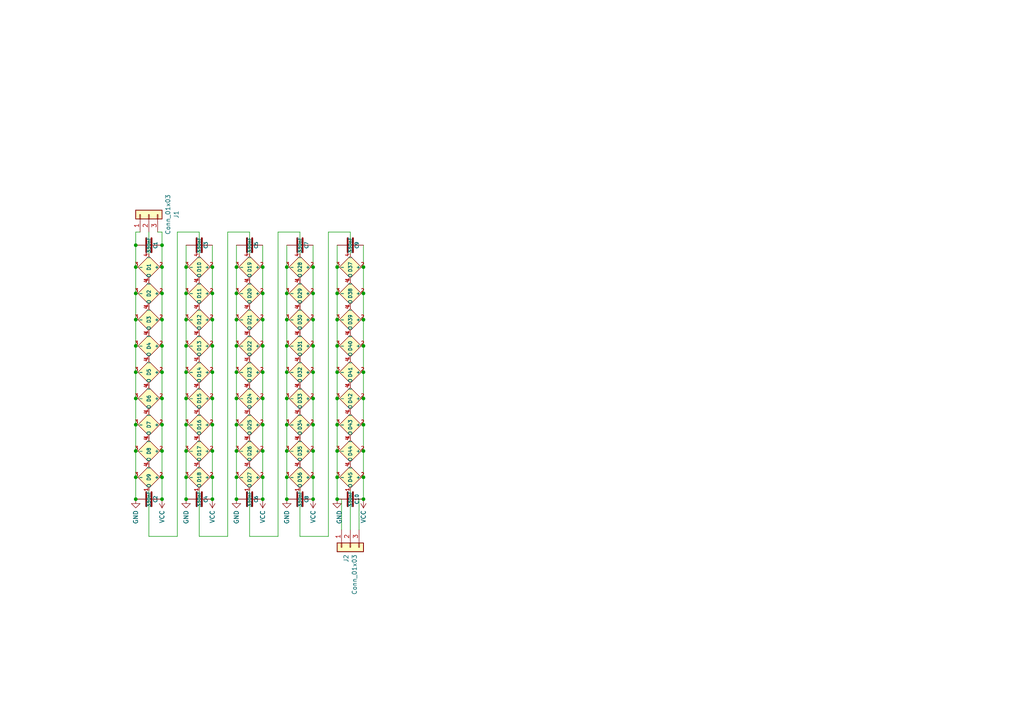
<source format=kicad_sch>
(kicad_sch (version 20241209) (generator "eeschema") (generator_version "9.0")
  (paper "A4")
  (title_block (title "LED ring coaster") (date "${DATE}") (rev "1") (comment 1 "@revk@toot.me.uk") (comment 2 "www.me.uk"))
  (lib_symbols
    (symbol "Connector_Generic:Conn_01x03" (pin_names (offset 1.016) (hide yes))
      (property "Reference" "J" (at 0 5.08 0))
      (property "Value" "Conn_01x03" (at 0 -5.08 0))
      (symbol "Conn_01x03_1_1"
        (rectangle (start -1.27 3.81) (end 1.27 -3.81) (stroke (width 0.254)) (fill (type background)))
        (rectangle (start -1.27 2.667) (end 0 2.413) (stroke (width 0.1524)))
        (rectangle (start -1.27 0.127) (end 0 -0.127) (stroke (width 0.1524)))
        (rectangle (start -1.27 -2.413) (end 0 -2.667) (stroke (width 0.1524)))
        (pin passive line (at -5.08 2.54 0) (length 3.81) (name "Pin_1") (number "1"))
        (pin passive line (at -5.08 0 0) (length 3.81) (name "Pin_2") (number "2"))
        (pin passive line (at -5.08 -2.54 0) (length 3.81) (name "Pin_3") (number "3"))
      )
    )
    (symbol "Device:C" (pin_numbers (hide yes)) (pin_names (offset 0.254))
      (property "Reference" "C" (at 0.635 2.54 0))
      (property "Value" "C" (at 0.635 -2.54 0))
      (symbol "C_0_1"
        (polyline (pts (xy -2.032 0.762) (xy 2.032 0.762)) (stroke (width 0.508)))
        (polyline (pts (xy -2.032 -0.762) (xy 2.032 -0.762)) (stroke (width 0.508)))
      )
      (symbol "C_1_1"
        (pin passive line (at 0 3.81 270) (length 2.794) (name "~") (number "1"))
        (pin passive line (at 0 -3.81 90) (length 2.794) (name "~") (number "2"))
      )
    )
    (symbol "RevK:WS2812B-1mm" (pin_names (offset 0.254))
      (property "Reference" "D" (at 0 0 0))
      (symbol "WS2812B-1mm_1_1"
        (polyline (pts (xy 0 3.175) (xy 3.175 0) (xy 0 -3.175) (xy -3.175 0) (xy 0 3.175)) (fill (type background)))
        (pin input line (at -3.81 0 0) (length 0.5) (name "I") (number "4"))
        (pin power_in line (at 0 3.81 270) (length 0.5) (name "-") (number "3"))
        (pin power_in line (at 0 -3.81 90) (length 0.5) (name "+") (number "2"))
        (pin output line (at 3.81 0 180) (length 0.5) (name "O") (number "1"))
      )
    )
    (symbol "power:GND" (power) (pin_names (offset 0))
      (property "Value" "GND" (at 0 -3.81 0))
      (symbol "GND_0_1"
        (polyline (pts (xy 0 0) (xy 0 -1.27) (xy 1.27 -1.27) (xy 0 -2.54) (xy -1.27 -1.27) (xy 0 -1.27)))
      )
      (symbol "GND_1_1"
        (pin power_in line (at 0 0 270) (length 0) (hide yes) (name "GND") (number "1"))
      )
    )
    (symbol "power:VCC" (power) (pin_names (offset 0))
      (property "Value" "VCC" (at 0 3.81 0))
      (symbol "VCC_0_1"
        (polyline (pts (xy -0.762 1.27) (xy 0 2.54)))
        (polyline (pts (xy 0 2.54) (xy 0.762 1.27)))
        (polyline (pts (xy 0 0) (xy 0 2.54)))
      )
      (symbol "VCC_1_1"
        (pin power_in line (at 0 0 90) (length 0) (hide yes) (name "VCC") (number "1"))
      )
    )
  )
  (junction (at 39.37 144.78))
  (junction (at 97.79 107.95))
  (junction (at 68.58 85.09))
  (junction (at 68.58 115.57))
  (junction (at 39.37 115.57))
  (junction (at 53.975 77.47))
  (junction (at 53.975 115.57))
  (junction (at 46.99 77.47))
  (junction (at 53.975 123.19))
  (junction (at 53.975 138.43))
  (junction (at 46.99 71.12))
  (junction (at 83.185 100.33))
  (junction (at 39.37 85.09))
  (junction (at 53.975 92.71))
  (junction (at 53.975 100.33))
  (junction (at 39.37 71.12))
  (junction (at 97.79 100.33))
  (junction (at 76.2 130.81))
  (junction (at 39.37 138.43))
  (junction (at 76.2 100.33))
  (junction (at 83.185 138.43))
  (junction (at 39.37 123.19))
  (junction (at 61.595 92.71))
  (junction (at 105.41 115.57))
  (junction (at 90.805 100.33))
  (junction (at 61.595 130.81))
  (junction (at 97.79 123.19))
  (junction (at 53.975 144.78))
  (junction (at 76.2 138.43))
  (junction (at 105.41 123.19))
  (junction (at 105.41 77.47))
  (junction (at 90.805 92.71))
  (junction (at 46.99 100.33))
  (junction (at 39.37 100.33))
  (junction (at 76.2 85.09))
  (junction (at 46.99 107.95))
  (junction (at 97.79 130.81))
  (junction (at 46.99 123.19))
  (junction (at 53.975 85.09))
  (junction (at 97.79 115.57))
  (junction (at 97.79 144.78))
  (junction (at 61.595 123.19))
  (junction (at 68.58 77.47))
  (junction (at 105.41 92.71))
  (junction (at 76.2 144.78))
  (junction (at 97.79 85.09))
  (junction (at 76.2 77.47))
  (junction (at 90.805 138.43))
  (junction (at 97.79 138.43))
  (junction (at 68.58 130.81))
  (junction (at 46.99 144.78))
  (junction (at 105.41 107.95))
  (junction (at 105.41 85.09))
  (junction (at 105.41 144.78))
  (junction (at 46.99 115.57))
  (junction (at 83.185 92.71))
  (junction (at 39.37 77.47))
  (junction (at 61.595 85.09))
  (junction (at 83.185 107.95))
  (junction (at 39.37 107.95))
  (junction (at 90.805 107.95))
  (junction (at 105.41 138.43))
  (junction (at 76.2 92.71))
  (junction (at 46.99 92.71))
  (junction (at 39.37 130.81))
  (junction (at 105.41 100.33))
  (junction (at 97.79 77.47))
  (junction (at 53.975 107.95))
  (junction (at 68.58 92.71))
  (junction (at 61.595 107.95))
  (junction (at 68.58 138.43))
  (junction (at 90.805 123.19))
  (junction (at 61.595 100.33))
  (junction (at 61.595 138.43))
  (junction (at 61.595 144.78))
  (junction (at 83.185 115.57))
  (junction (at 76.2 107.95))
  (junction (at 61.595 115.57))
  (junction (at 90.805 85.09))
  (junction (at 90.805 115.57))
  (junction (at 46.99 130.81))
  (junction (at 90.805 77.47))
  (junction (at 90.805 130.81))
  (junction (at 105.41 130.81))
  (junction (at 83.185 77.47))
  (junction (at 68.58 100.33))
  (junction (at 61.595 77.47))
  (junction (at 53.975 130.81))
  (junction (at 76.2 115.57))
  (junction (at 39.37 92.71))
  (junction (at 97.79 92.71))
  (junction (at 76.2 123.19))
  (junction (at 68.58 123.19))
  (junction (at 83.185 123.19))
  (junction (at 46.99 85.09))
  (junction (at 83.185 130.81))
  (junction (at 83.185 144.78))
  (junction (at 68.58 107.95))
  (junction (at 83.185 85.09))
  (junction (at 90.805 144.78))
  (junction (at 46.99 138.43))
  (junction (at 68.58 144.78))
  (wire (pts (xy 68.58 138.43) (xy 68.58 144.78)))
  (wire (pts (xy 90.805 71.12) (xy 90.805 77.47)))
  (wire (pts (xy 39.37 123.19) (xy 39.37 130.81)))
  (wire (pts (xy 61.595 130.81) (xy 61.595 138.43)))
  (wire (pts (xy 90.805 92.71) (xy 90.805 100.33)))
  (wire (pts (xy 39.37 115.57) (xy 39.37 123.19)))
  (wire (pts (xy 46.99 71.12) (xy 46.99 77.47)))
  (wire (pts (xy 97.79 115.57) (xy 97.79 123.19)))
  (wire (pts (xy 46.99 138.43) (xy 46.99 144.78)))
  (wire (pts (xy 68.58 130.81) (xy 68.58 138.43)))
  (wire (pts (xy 90.805 77.47) (xy 90.805 85.09)))
  (wire (pts (xy 46.99 92.71) (xy 46.99 100.33)))
  (wire (pts (xy 61.595 123.19) (xy 61.595 130.81)))
  (wire (pts (xy 39.37 77.47) (xy 39.37 85.09)))
  (wire (pts (xy 68.58 77.47) (xy 68.58 85.09)))
  (wire (pts (xy 61.595 71.12) (xy 61.595 77.47)))
  (wire (pts (xy 53.975 138.43) (xy 53.975 144.78)))
  (wire (pts (xy 76.2 115.57) (xy 76.2 123.19)))
  (wire (pts (xy 46.99 100.33) (xy 46.99 107.95)))
  (wire (pts (xy 39.37 71.12) (xy 39.37 77.47)))
  (wire (pts (xy 53.975 107.95) (xy 53.975 115.57)))
  (wire (pts (xy 68.58 115.57) (xy 68.58 123.19)))
  (wire (pts (xy 43.18 142.24) (xy 43.18 155.575)))
  (wire (pts (xy 90.805 130.81) (xy 90.805 138.43)))
  (wire (pts (xy 83.185 77.47) (xy 83.185 85.09)))
  (wire (pts (xy 53.975 130.81) (xy 53.975 138.43)))
  (wire (pts (xy 90.805 115.57) (xy 90.805 123.19)))
  (wire (pts (xy 105.41 100.33) (xy 105.41 107.95)))
  (wire (pts (xy 97.79 100.33) (xy 97.79 107.95)))
  (wire (pts (xy 76.2 71.12) (xy 76.2 77.47)))
  (wire (pts (xy 53.975 115.57) (xy 53.975 123.19)))
  (wire (pts (xy 80.645 67.31) (xy 86.995 67.31)))
  (wire (pts (xy 61.595 77.47) (xy 61.595 85.09)))
  (wire (pts (xy 90.805 138.43) (xy 90.805 144.78)))
  (wire (pts (xy 101.6 142.24) (xy 101.6 153.67)))
  (wire (pts (xy 72.39 142.24) (xy 72.39 155.575)))
  (wire (pts (xy 39.37 130.81) (xy 39.37 138.43)))
  (wire (pts (xy 97.79 138.43) (xy 97.79 144.78)))
  (wire (pts (xy 46.99 107.95) (xy 46.99 115.57)))
  (wire (pts (xy 53.975 71.12) (xy 53.975 77.47)))
  (wire (pts (xy 76.2 85.09) (xy 76.2 92.71)))
  (wire (pts (xy 39.37 85.09) (xy 39.37 92.71)))
  (wire (pts (xy 46.99 67.31) (xy 45.72 67.31)))
  (wire (pts (xy 72.39 67.31) (xy 72.39 73.66)))
  (wire (pts (xy 39.37 67.31) (xy 40.64 67.31)))
  (wire (pts (xy 57.785 67.31) (xy 57.785 73.66)))
  (wire (pts (xy 97.79 71.12) (xy 97.79 77.47)))
  (wire (pts (xy 61.595 115.57) (xy 61.595 123.19)))
  (wire (pts (xy 53.975 92.71) (xy 53.975 100.33)))
  (wire (pts (xy 105.41 123.19) (xy 105.41 130.81)))
  (wire (pts (xy 57.785 142.24) (xy 57.785 155.575)))
  (wire (pts (xy 83.185 85.09) (xy 83.185 92.71)))
  (wire (pts (xy 61.595 138.43) (xy 61.595 144.78)))
  (wire (pts (xy 90.805 85.09) (xy 90.805 92.71)))
  (wire (pts (xy 57.785 155.575) (xy 66.04 155.575)))
  (wire (pts (xy 68.58 123.19) (xy 68.58 130.81)))
  (wire (pts (xy 86.995 155.575) (xy 95.25 155.575)))
  (wire (pts (xy 53.975 123.19) (xy 53.975 130.81)))
  (wire (pts (xy 39.37 138.43) (xy 39.37 144.78)))
  (wire (pts (xy 90.805 100.33) (xy 90.805 107.95)))
  (wire (pts (xy 76.2 123.19) (xy 76.2 130.81)))
  (wire (pts (xy 105.41 115.57) (xy 105.41 123.19)))
  (wire (pts (xy 97.79 123.19) (xy 97.79 130.81)))
  (wire (pts (xy 90.805 107.95) (xy 90.805 115.57)))
  (wire (pts (xy 46.99 123.19) (xy 46.99 130.81)))
  (wire (pts (xy 43.18 73.66) (xy 43.18 67.31)))
  (wire (pts (xy 90.805 123.19) (xy 90.805 130.81)))
  (wire (pts (xy 46.99 115.57) (xy 46.99 123.19)))
  (wire (pts (xy 76.2 77.47) (xy 76.2 85.09)))
  (wire (pts (xy 72.39 155.575) (xy 80.645 155.575)))
  (wire (pts (xy 68.58 100.33) (xy 68.58 107.95)))
  (wire (pts (xy 83.185 115.57) (xy 83.185 123.19)))
  (wire (pts (xy 39.37 107.95) (xy 39.37 115.57)))
  (wire (pts (xy 61.595 92.71) (xy 61.595 100.33)))
  (wire (pts (xy 66.04 67.31) (xy 72.39 67.31)))
  (wire (pts (xy 101.6 67.31) (xy 101.6 73.66)))
  (wire (pts (xy 83.185 123.19) (xy 83.185 130.81)))
  (wire (pts (xy 83.185 107.95) (xy 83.185 115.57)))
  (wire (pts (xy 105.41 92.71) (xy 105.41 100.33)))
  (wire (pts (xy 46.99 85.09) (xy 46.99 92.71)))
  (wire (pts (xy 104.14 144.78) (xy 104.14 153.67)))
  (wire (pts (xy 99.06 144.78) (xy 99.06 153.67)))
  (wire (pts (xy 53.975 100.33) (xy 53.975 107.95)))
  (wire (pts (xy 76.2 138.43) (xy 76.2 144.78)))
  (wire (pts (xy 80.645 67.31) (xy 80.645 155.575)))
  (wire (pts (xy 61.595 100.33) (xy 61.595 107.95)))
  (wire (pts (xy 68.58 107.95) (xy 68.58 115.57)))
  (wire (pts (xy 83.185 130.81) (xy 83.185 138.43)))
  (wire (pts (xy 61.595 85.09) (xy 61.595 92.71)))
  (wire (pts (xy 76.2 100.33) (xy 76.2 107.95)))
  (wire (pts (xy 105.41 71.12) (xy 105.41 77.47)))
  (wire (pts (xy 66.04 67.31) (xy 66.04 155.575)))
  (wire (pts (xy 61.595 107.95) (xy 61.595 115.57)))
  (wire (pts (xy 46.99 67.31) (xy 46.99 71.12)))
  (wire (pts (xy 53.975 85.09) (xy 53.975 92.71)))
  (wire (pts (xy 39.37 67.31) (xy 39.37 71.12)))
  (wire (pts (xy 83.185 138.43) (xy 83.185 144.78)))
  (wire (pts (xy 39.37 92.71) (xy 39.37 100.33)))
  (wire (pts (xy 43.18 155.575) (xy 51.435 155.575)))
  (wire (pts (xy 105.41 130.81) (xy 105.41 138.43)))
  (wire (pts (xy 97.79 144.78) (xy 99.06 144.78)))
  (wire (pts (xy 83.185 100.33) (xy 83.185 107.95)))
  (wire (pts (xy 83.185 92.71) (xy 83.185 100.33)))
  (wire (pts (xy 53.975 77.47) (xy 53.975 85.09)))
  (wire (pts (xy 83.185 71.12) (xy 83.185 77.47)))
  (wire (pts (xy 95.25 67.31) (xy 95.25 155.575)))
  (wire (pts (xy 46.99 77.47) (xy 46.99 85.09)))
  (wire (pts (xy 68.58 71.12) (xy 68.58 77.47)))
  (wire (pts (xy 97.79 77.47) (xy 97.79 85.09)))
  (wire (pts (xy 51.435 67.31) (xy 51.435 155.575)))
  (wire (pts (xy 95.25 67.31) (xy 101.6 67.31)))
  (wire (pts (xy 97.79 130.81) (xy 97.79 138.43)))
  (wire (pts (xy 86.995 67.31) (xy 86.995 73.66)))
  (wire (pts (xy 39.37 100.33) (xy 39.37 107.95)))
  (wire (pts (xy 105.41 144.78) (xy 104.14 144.78)))
  (wire (pts (xy 105.41 107.95) (xy 105.41 115.57)))
  (wire (pts (xy 76.2 130.81) (xy 76.2 138.43)))
  (wire (pts (xy 97.79 85.09) (xy 97.79 92.71)))
  (wire (pts (xy 46.99 130.81) (xy 46.99 138.43)))
  (wire (pts (xy 105.41 85.09) (xy 105.41 92.71)))
  (wire (pts (xy 97.79 92.71) (xy 97.79 100.33)))
  (wire (pts (xy 76.2 92.71) (xy 76.2 100.33)))
  (wire (pts (xy 97.79 107.95) (xy 97.79 115.57)))
  (wire (pts (xy 105.41 138.43) (xy 105.41 144.78)))
  (wire (pts (xy 51.435 67.31) (xy 57.785 67.31)))
  (wire (pts (xy 105.41 77.47) (xy 105.41 85.09)))
  (wire (pts (xy 68.58 85.09) (xy 68.58 92.71)))
  (wire (pts (xy 76.2 107.95) (xy 76.2 115.57)))
  (wire (pts (xy 86.995 142.24) (xy 86.995 155.575)))
  (wire (pts (xy 68.58 92.71) (xy 68.58 100.33)))
  (symbol (lib_id "power:VCC") (at 105.41 144.78 0) (mirror x) (unit 1)
    (property "Reference" "#PWR010" (effects (hide yes)))
    (property "Value" "VCC" (at 105.41 147.955 90) (effects (justify left)))
  )
  (symbol (lib_id "Device:C") (at 43.18 71.12 270) (mirror x) (unit 1)
    (property "Reference" "C1" (at 45.085 71.12 0) (effects (font (size 1 1))))
    (property "Value" "330nF" (at 43.18 71.12 0) (effects (font (size 1 1))))
    (property "Footprint" "RevK:C_0402" (effects (hide yes)))
  )
  (symbol (lib_id "power:GND") (at 39.37 144.78 0) (mirror y) (unit 1)
    (property "Reference" "#PWR01" (effects (hide yes)))
    (property "Value" "GND" (at 39.37 147.955 90) (effects (justify right)))
  )
  (symbol (lib_id "power:VCC") (at 76.2 144.78 0) (mirror x) (unit 1)
    (property "Reference" "#PWR06" (effects (hide yes)))
    (property "Value" "VCC" (at 76.2 147.955 90) (effects (justify left)))
  )
  (symbol (lib_id "RevK:WS2812B-1mm") (at 43.18 123.19 90) (mirror x) (unit 1)
    (property "Reference" "D7" (at 43.18 123.19 0) (effects (font (size 1 1))))
    (property "Value" "XL-1010RGBC-WS2812B" (effects (hide yes)))
    (property "Footprint" "RevK:SMD1010" (effects (hide yes)))
    (property "Datasheet" "https://datasheet.lcsc.com/lcsc/2301111010_XINGLIGHT-XL-1010RGBC-WS2812B_C5349953.pdf" (effects (hide yes)))
    (property "MPN" "C5349953" (effects (hide yes)))
  )
  (symbol (lib_id "RevK:WS2812B-1mm") (at 86.995 107.95 90) (mirror x) (unit 1)
    (property "Reference" "D32" (at 86.995 107.95 0) (effects (font (size 1 1))))
    (property "Value" "XL-1010RGBC-WS2812B" (effects (hide yes)))
    (property "Footprint" "RevK:SMD1010" (effects (hide yes)))
    (property "Datasheet" "https://datasheet.lcsc.com/lcsc/2301111010_XINGLIGHT-XL-1010RGBC-WS2812B_C5349953.pdf" (effects (hide yes)))
    (property "MPN" "C5349953" (effects (hide yes)))
  )
  (symbol (lib_id "RevK:WS2812B-1mm") (at 101.6 85.09 90) (mirror x) (unit 1)
    (property "Reference" "D38" (at 101.6 85.09 0) (effects (font (size 1 1))))
    (property "Value" "XL-1010RGBC-WS2812B" (effects (hide yes)))
    (property "Footprint" "RevK:SMD1010" (effects (hide yes)))
    (property "Datasheet" "https://datasheet.lcsc.com/lcsc/2301111010_XINGLIGHT-XL-1010RGBC-WS2812B_C5349953.pdf" (effects (hide yes)))
    (property "MPN" "C5349953" (effects (hide yes)))
  )
  (symbol (lib_id "RevK:WS2812B-1mm") (at 72.39 138.43 90) (mirror x) (unit 1)
    (property "Reference" "D27" (at 72.39 138.43 0) (effects (font (size 1 1))))
    (property "Value" "XL-1010RGBC-WS2812B" (effects (hide yes)))
    (property "Footprint" "RevK:SMD1010" (effects (hide yes)))
    (property "Datasheet" "https://datasheet.lcsc.com/lcsc/2301111010_XINGLIGHT-XL-1010RGBC-WS2812B_C5349953.pdf" (effects (hide yes)))
    (property "MPN" "C5349953" (effects (hide yes)))
  )
  (symbol (lib_id "RevK:WS2812B-1mm") (at 101.6 115.57 90) (mirror x) (unit 1)
    (property "Reference" "D42" (at 101.6 115.57 0) (effects (font (size 1 1))))
    (property "Value" "XL-1010RGBC-WS2812B" (effects (hide yes)))
    (property "Footprint" "RevK:SMD1010" (effects (hide yes)))
    (property "Datasheet" "https://datasheet.lcsc.com/lcsc/2301111010_XINGLIGHT-XL-1010RGBC-WS2812B_C5349953.pdf" (effects (hide yes)))
    (property "MPN" "C5349953" (effects (hide yes)))
  )
  (symbol (lib_id "RevK:WS2812B-1mm") (at 43.18 77.47 90) (mirror x) (unit 1)
    (property "Reference" "D1" (at 43.18 77.47 0) (effects (font (size 1 1))))
    (property "Value" "XL-1010RGBC-WS2812B" (effects (hide yes)))
    (property "Footprint" "RevK:SMD1010" (effects (hide yes)))
    (property "Datasheet" "https://datasheet.lcsc.com/lcsc/2301111010_XINGLIGHT-XL-1010RGBC-WS2812B_C5349953.pdf" (effects (hide yes)))
    (property "MPN" "C5349953" (effects (hide yes)))
  )
  (symbol (lib_id "Device:C") (at 57.785 71.12 270) (mirror x) (unit 1)
    (property "Reference" "C3" (at 59.69 71.12 0) (effects (font (size 1 1))))
    (property "Value" "330nF" (at 57.785 71.12 0) (effects (font (size 1 1))))
    (property "Footprint" "RevK:C_0402" (effects (hide yes)))
  )
  (symbol (lib_id "Device:C") (at 43.18 144.78 270) (mirror x) (unit 1)
    (property "Reference" "C2" (at 45.085 144.78 0) (effects (font (size 1 1))))
    (property "Value" "330nF" (at 43.18 144.78 0) (effects (font (size 1 1))))
    (property "Footprint" "RevK:C_0402" (effects (hide yes)))
  )
  (symbol (lib_id "RevK:WS2812B-1mm") (at 57.785 92.71 90) (mirror x) (unit 1)
    (property "Reference" "D12" (at 57.785 92.71 0) (effects (font (size 1 1))))
    (property "Value" "XL-1010RGBC-WS2812B" (effects (hide yes)))
    (property "Footprint" "RevK:SMD1010" (effects (hide yes)))
    (property "Datasheet" "https://datasheet.lcsc.com/lcsc/2301111010_XINGLIGHT-XL-1010RGBC-WS2812B_C5349953.pdf" (effects (hide yes)))
    (property "MPN" "C5349953" (effects (hide yes)))
  )
  (symbol (lib_id "RevK:WS2812B-1mm") (at 57.785 115.57 90) (mirror x) (unit 1)
    (property "Reference" "D15" (at 57.785 115.57 0) (effects (font (size 1 1))))
    (property "Value" "XL-1010RGBC-WS2812B" (effects (hide yes)))
    (property "Footprint" "RevK:SMD1010" (effects (hide yes)))
    (property "Datasheet" "https://datasheet.lcsc.com/lcsc/2301111010_XINGLIGHT-XL-1010RGBC-WS2812B_C5349953.pdf" (effects (hide yes)))
    (property "MPN" "C5349953" (effects (hide yes)))
  )
  (symbol (lib_id "RevK:WS2812B-1mm") (at 86.995 115.57 90) (mirror x) (unit 1)
    (property "Reference" "D33" (at 86.995 115.57 0) (effects (font (size 1 1))))
    (property "Value" "XL-1010RGBC-WS2812B" (effects (hide yes)))
    (property "Footprint" "RevK:SMD1010" (effects (hide yes)))
    (property "Datasheet" "https://datasheet.lcsc.com/lcsc/2301111010_XINGLIGHT-XL-1010RGBC-WS2812B_C5349953.pdf" (effects (hide yes)))
    (property "MPN" "C5349953" (effects (hide yes)))
  )
  (symbol (lib_id "power:GND") (at 97.79 144.78 0) (mirror y) (unit 1)
    (property "Reference" "#PWR09" (effects (hide yes)))
    (property "Value" "GND" (at 98.425 147.955 90) (effects (justify right)))
  )
  (symbol (lib_id "power:GND") (at 83.185 144.78 0) (mirror y) (unit 1)
    (property "Reference" "#PWR07" (effects (hide yes)))
    (property "Value" "GND" (at 83.185 147.955 90) (effects (justify right)))
  )
  (symbol (lib_id "power:VCC") (at 61.595 144.78 0) (mirror x) (unit 1)
    (property "Reference" "#PWR04" (effects (hide yes)))
    (property "Value" "VCC" (at 61.595 147.955 90) (effects (justify left)))
  )
  (symbol (lib_id "RevK:WS2812B-1mm") (at 57.785 130.81 90) (mirror x) (unit 1)
    (property "Reference" "D17" (at 57.785 130.81 0) (effects (font (size 1 1))))
    (property "Value" "XL-1010RGBC-WS2812B" (effects (hide yes)))
    (property "Footprint" "RevK:SMD1010" (effects (hide yes)))
    (property "Datasheet" "https://datasheet.lcsc.com/lcsc/2301111010_XINGLIGHT-XL-1010RGBC-WS2812B_C5349953.pdf" (effects (hide yes)))
    (property "MPN" "C5349953" (effects (hide yes)))
  )
  (symbol (lib_id "RevK:WS2812B-1mm") (at 72.39 92.71 90) (mirror x) (unit 1)
    (property "Reference" "D21" (at 72.39 92.71 0) (effects (font (size 1 1))))
    (property "Value" "XL-1010RGBC-WS2812B" (effects (hide yes)))
    (property "Footprint" "RevK:SMD1010" (effects (hide yes)))
    (property "Datasheet" "https://datasheet.lcsc.com/lcsc/2301111010_XINGLIGHT-XL-1010RGBC-WS2812B_C5349953.pdf" (effects (hide yes)))
    (property "MPN" "C5349953" (effects (hide yes)))
  )
  (symbol (lib_id "RevK:WS2812B-1mm") (at 72.39 107.95 90) (mirror x) (unit 1)
    (property "Reference" "D23" (at 72.39 107.95 0) (effects (font (size 1 1))))
    (property "Value" "XL-1010RGBC-WS2812B" (effects (hide yes)))
    (property "Footprint" "RevK:SMD1010" (effects (hide yes)))
    (property "Datasheet" "https://datasheet.lcsc.com/lcsc/2301111010_XINGLIGHT-XL-1010RGBC-WS2812B_C5349953.pdf" (effects (hide yes)))
    (property "MPN" "C5349953" (effects (hide yes)))
  )
  (symbol (lib_id "RevK:WS2812B-1mm") (at 101.6 92.71 90) (mirror x) (unit 1)
    (property "Reference" "D39" (at 101.6 92.71 0) (effects (font (size 1 1))))
    (property "Value" "XL-1010RGBC-WS2812B" (effects (hide yes)))
    (property "Footprint" "RevK:SMD1010" (effects (hide yes)))
    (property "Datasheet" "https://datasheet.lcsc.com/lcsc/2301111010_XINGLIGHT-XL-1010RGBC-WS2812B_C5349953.pdf" (effects (hide yes)))
    (property "MPN" "C5349953" (effects (hide yes)))
  )
  (symbol (lib_id "RevK:WS2812B-1mm") (at 101.6 138.43 90) (mirror x) (unit 1)
    (property "Reference" "D45" (at 101.6 138.43 0) (effects (font (size 1 1))))
    (property "Value" "XL-1010RGBC-WS2812B" (effects (hide yes)))
    (property "Footprint" "RevK:SMD1010" (effects (hide yes)))
    (property "Datasheet" "https://datasheet.lcsc.com/lcsc/2301111010_XINGLIGHT-XL-1010RGBC-WS2812B_C5349953.pdf" (effects (hide yes)))
    (property "MPN" "C5349953" (effects (hide yes)))
  )
  (symbol (lib_id "RevK:WS2812B-1mm") (at 72.39 100.33 90) (mirror x) (unit 1)
    (property "Reference" "D22" (at 72.39 100.33 0) (effects (font (size 1 1))))
    (property "Value" "XL-1010RGBC-WS2812B" (effects (hide yes)))
    (property "Footprint" "RevK:SMD1010" (effects (hide yes)))
    (property "Datasheet" "https://datasheet.lcsc.com/lcsc/2301111010_XINGLIGHT-XL-1010RGBC-WS2812B_C5349953.pdf" (effects (hide yes)))
    (property "MPN" "C5349953" (effects (hide yes)))
  )
  (symbol (lib_id "RevK:WS2812B-1mm") (at 86.995 123.19 90) (mirror x) (unit 1)
    (property "Reference" "D34" (at 86.995 123.19 0) (effects (font (size 1 1))))
    (property "Value" "XL-1010RGBC-WS2812B" (effects (hide yes)))
    (property "Footprint" "RevK:SMD1010" (effects (hide yes)))
    (property "Datasheet" "https://datasheet.lcsc.com/lcsc/2301111010_XINGLIGHT-XL-1010RGBC-WS2812B_C5349953.pdf" (effects (hide yes)))
    (property "MPN" "C5349953" (effects (hide yes)))
  )
  (symbol (lib_id "RevK:WS2812B-1mm") (at 57.785 123.19 90) (mirror x) (unit 1)
    (property "Reference" "D16" (at 57.785 123.19 0) (effects (font (size 1 1))))
    (property "Value" "XL-1010RGBC-WS2812B" (effects (hide yes)))
    (property "Footprint" "RevK:SMD1010" (effects (hide yes)))
    (property "Datasheet" "https://datasheet.lcsc.com/lcsc/2301111010_XINGLIGHT-XL-1010RGBC-WS2812B_C5349953.pdf" (effects (hide yes)))
    (property "MPN" "C5349953" (effects (hide yes)))
  )
  (symbol (lib_id "RevK:WS2812B-1mm") (at 86.995 92.71 90) (mirror x) (unit 1)
    (property "Reference" "D30" (at 86.995 92.71 0) (effects (font (size 1 1))))
    (property "Value" "XL-1010RGBC-WS2812B" (effects (hide yes)))
    (property "Footprint" "RevK:SMD1010" (effects (hide yes)))
    (property "Datasheet" "https://datasheet.lcsc.com/lcsc/2301111010_XINGLIGHT-XL-1010RGBC-WS2812B_C5349953.pdf" (effects (hide yes)))
    (property "MPN" "C5349953" (effects (hide yes)))
  )
  (symbol (lib_id "RevK:WS2812B-1mm") (at 86.995 100.33 90) (mirror x) (unit 1)
    (property "Reference" "D31" (at 86.995 100.33 0) (effects (font (size 1 1))))
    (property "Value" "XL-1010RGBC-WS2812B" (effects (hide yes)))
    (property "Footprint" "RevK:SMD1010" (effects (hide yes)))
    (property "Datasheet" "https://datasheet.lcsc.com/lcsc/2301111010_XINGLIGHT-XL-1010RGBC-WS2812B_C5349953.pdf" (effects (hide yes)))
    (property "MPN" "C5349953" (effects (hide yes)))
  )
  (symbol (lib_id "Device:C") (at 86.995 71.12 270) (mirror x) (unit 1)
    (property "Reference" "C7" (at 88.9 71.12 0) (effects (font (size 1 1))))
    (property "Value" "330nF" (at 86.995 71.12 0) (effects (font (size 1 1))))
    (property "Footprint" "RevK:C_0402" (effects (hide yes)))
  )
  (symbol (lib_id "RevK:WS2812B-1mm") (at 43.18 115.57 90) (mirror x) (unit 1)
    (property "Reference" "D6" (at 43.18 115.57 0) (effects (font (size 1 1))))
    (property "Value" "XL-1010RGBC-WS2812B" (effects (hide yes)))
    (property "Footprint" "RevK:SMD1010" (effects (hide yes)))
    (property "Datasheet" "https://datasheet.lcsc.com/lcsc/2301111010_XINGLIGHT-XL-1010RGBC-WS2812B_C5349953.pdf" (effects (hide yes)))
    (property "MPN" "C5349953" (effects (hide yes)))
  )
  (symbol (lib_id "RevK:WS2812B-1mm") (at 101.6 107.95 90) (mirror x) (unit 1)
    (property "Reference" "D41" (at 101.6 107.95 0) (effects (font (size 1 1))))
    (property "Value" "XL-1010RGBC-WS2812B" (effects (hide yes)))
    (property "Footprint" "RevK:SMD1010" (effects (hide yes)))
    (property "Datasheet" "https://datasheet.lcsc.com/lcsc/2301111010_XINGLIGHT-XL-1010RGBC-WS2812B_C5349953.pdf" (effects (hide yes)))
    (property "MPN" "C5349953" (effects (hide yes)))
  )
  (symbol (lib_id "power:GND") (at 53.975 144.78 0) (mirror y) (unit 1)
    (property "Reference" "#PWR03" (effects (hide yes)))
    (property "Value" "GND" (at 53.975 147.955 90) (effects (justify right)))
  )
  (symbol (lib_id "Device:C") (at 72.39 71.12 270) (mirror x) (unit 1)
    (property "Reference" "C5" (at 74.295 71.12 0) (effects (font (size 1 1))))
    (property "Value" "330nF" (at 72.39 71.12 0) (effects (font (size 1 1))))
    (property "Footprint" "RevK:C_0402" (effects (hide yes)))
  )
  (symbol (lib_id "RevK:WS2812B-1mm") (at 57.785 77.47 90) (mirror x) (unit 1)
    (property "Reference" "D10" (at 57.785 77.47 0) (effects (font (size 1 1))))
    (property "Value" "XL-1010RGBC-WS2812B" (effects (hide yes)))
    (property "Footprint" "RevK:SMD1010" (effects (hide yes)))
    (property "Datasheet" "https://datasheet.lcsc.com/lcsc/2301111010_XINGLIGHT-XL-1010RGBC-WS2812B_C5349953.pdf" (effects (hide yes)))
    (property "MPN" "C5349953" (effects (hide yes)))
  )
  (symbol (lib_id "RevK:WS2812B-1mm") (at 101.6 77.47 90) (mirror x) (unit 1)
    (property "Reference" "D37" (at 101.6 77.47 0) (effects (font (size 1 1))))
    (property "Value" "XL-1010RGBC-WS2812B" (effects (hide yes)))
    (property "Footprint" "RevK:SMD1010" (effects (hide yes)))
    (property "Datasheet" "https://datasheet.lcsc.com/lcsc/2301111010_XINGLIGHT-XL-1010RGBC-WS2812B_C5349953.pdf" (effects (hide yes)))
    (property "MPN" "C5349953" (effects (hide yes)))
  )
  (symbol (lib_id "RevK:WS2812B-1mm") (at 101.6 130.81 90) (mirror x) (unit 1)
    (property "Reference" "D44" (at 101.6 130.81 0) (effects (font (size 1 1))))
    (property "Value" "XL-1010RGBC-WS2812B" (effects (hide yes)))
    (property "Footprint" "RevK:SMD1010" (effects (hide yes)))
    (property "Datasheet" "https://datasheet.lcsc.com/lcsc/2301111010_XINGLIGHT-XL-1010RGBC-WS2812B_C5349953.pdf" (effects (hide yes)))
    (property "MPN" "C5349953" (effects (hide yes)))
  )
  (symbol (lib_id "RevK:WS2812B-1mm") (at 72.39 115.57 90) (mirror x) (unit 1)
    (property "Reference" "D24" (at 72.39 115.57 0) (effects (font (size 1 1))))
    (property "Value" "XL-1010RGBC-WS2812B" (effects (hide yes)))
    (property "Footprint" "RevK:SMD1010" (effects (hide yes)))
    (property "Datasheet" "https://datasheet.lcsc.com/lcsc/2301111010_XINGLIGHT-XL-1010RGBC-WS2812B_C5349953.pdf" (effects (hide yes)))
    (property "MPN" "C5349953" (effects (hide yes)))
  )
  (symbol (lib_id "RevK:WS2812B-1mm") (at 43.18 130.81 90) (mirror x) (unit 1)
    (property "Reference" "D8" (at 43.18 130.81 0) (effects (font (size 1 1))))
    (property "Value" "XL-1010RGBC-WS2812B" (effects (hide yes)))
    (property "Footprint" "RevK:SMD1010" (effects (hide yes)))
    (property "Datasheet" "https://datasheet.lcsc.com/lcsc/2301111010_XINGLIGHT-XL-1010RGBC-WS2812B_C5349953.pdf" (effects (hide yes)))
    (property "MPN" "C5349953" (effects (hide yes)))
  )
  (symbol (lib_id "RevK:WS2812B-1mm") (at 86.995 77.47 90) (mirror x) (unit 1)
    (property "Reference" "D28" (at 86.995 77.47 0) (effects (font (size 1 1))))
    (property "Value" "XL-1010RGBC-WS2812B" (effects (hide yes)))
    (property "Footprint" "RevK:SMD1010" (effects (hide yes)))
    (property "Datasheet" "https://datasheet.lcsc.com/lcsc/2301111010_XINGLIGHT-XL-1010RGBC-WS2812B_C5349953.pdf" (effects (hide yes)))
    (property "MPN" "C5349953" (effects (hide yes)))
  )
  (symbol (lib_id "RevK:WS2812B-1mm") (at 43.18 107.95 90) (mirror x) (unit 1)
    (property "Reference" "D5" (at 43.18 107.95 0) (effects (font (size 1 1))))
    (property "Value" "XL-1010RGBC-WS2812B" (effects (hide yes)))
    (property "Footprint" "RevK:SMD1010" (effects (hide yes)))
    (property "Datasheet" "https://datasheet.lcsc.com/lcsc/2301111010_XINGLIGHT-XL-1010RGBC-WS2812B_C5349953.pdf" (effects (hide yes)))
    (property "MPN" "C5349953" (effects (hide yes)))
  )
  (symbol (lib_id "RevK:WS2812B-1mm") (at 57.785 85.09 90) (mirror x) (unit 1)
    (property "Reference" "D11" (at 57.785 85.09 0) (effects (font (size 1 1))))
    (property "Value" "XL-1010RGBC-WS2812B" (effects (hide yes)))
    (property "Footprint" "RevK:SMD1010" (effects (hide yes)))
    (property "Datasheet" "https://datasheet.lcsc.com/lcsc/2301111010_XINGLIGHT-XL-1010RGBC-WS2812B_C5349953.pdf" (effects (hide yes)))
    (property "MPN" "C5349953" (effects (hide yes)))
  )
  (symbol (lib_id "Connector_Generic:Conn_01x03") (at 101.6 158.75 90) (mirror x) (unit 1)
    (property "Reference" "J2" (at 100.3879 160.782 0) (effects (justify left)))
    (property "Value" "Conn_01x03" (at 102.8121 160.782 0) (effects (justify left)))
    (property "Footprint" "RevK:3-PADS" (effects (hide yes)))
  )
  (symbol (lib_id "power:VCC") (at 90.805 144.78 0) (mirror x) (unit 1)
    (property "Reference" "#PWR08" (effects (hide yes)))
    (property "Value" "VCC" (at 90.805 147.955 90) (effects (justify left)))
  )
  (symbol (lib_id "RevK:WS2812B-1mm") (at 86.995 130.81 90) (mirror x) (unit 1)
    (property "Reference" "D35" (at 86.995 130.81 0) (effects (font (size 1 1))))
    (property "Value" "XL-1010RGBC-WS2812B" (effects (hide yes)))
    (property "Footprint" "RevK:SMD1010" (effects (hide yes)))
    (property "Datasheet" "https://datasheet.lcsc.com/lcsc/2301111010_XINGLIGHT-XL-1010RGBC-WS2812B_C5349953.pdf" (effects (hide yes)))
    (property "MPN" "C5349953" (effects (hide yes)))
  )
  (symbol (lib_id "RevK:WS2812B-1mm") (at 101.6 123.19 90) (mirror x) (unit 1)
    (property "Reference" "D43" (at 101.6 123.19 0) (effects (font (size 1 1))))
    (property "Value" "XL-1010RGBC-WS2812B" (effects (hide yes)))
    (property "Footprint" "RevK:SMD1010" (effects (hide yes)))
    (property "Datasheet" "https://datasheet.lcsc.com/lcsc/2301111010_XINGLIGHT-XL-1010RGBC-WS2812B_C5349953.pdf" (effects (hide yes)))
    (property "MPN" "C5349953" (effects (hide yes)))
  )
  (symbol (lib_id "Connector_Generic:Conn_01x03") (at 43.18 62.23 90) (unit 1)
    (property "Reference" "J1" (at 51.1343 62.23 0))
    (property "Value" "Conn_01x03" (at 48.7101 62.23 0))
    (property "Footprint" "RevK:3-PADS" (effects (hide yes)))
  )
  (symbol (lib_id "Device:C") (at 57.785 144.78 270) (mirror x) (unit 1)
    (property "Reference" "C4" (at 59.69 144.78 0) (effects (font (size 1 1))))
    (property "Value" "330nF" (at 57.785 144.78 0) (effects (font (size 1 1))))
    (property "Footprint" "RevK:C_0402" (effects (hide yes)))
  )
  (symbol (lib_id "RevK:WS2812B-1mm") (at 57.785 138.43 90) (mirror x) (unit 1)
    (property "Reference" "D18" (at 57.785 138.43 0) (effects (font (size 1 1))))
    (property "Value" "XL-1010RGBC-WS2812B" (effects (hide yes)))
    (property "Footprint" "RevK:SMD1010" (effects (hide yes)))
    (property "Datasheet" "https://datasheet.lcsc.com/lcsc/2301111010_XINGLIGHT-XL-1010RGBC-WS2812B_C5349953.pdf" (effects (hide yes)))
    (property "MPN" "C5349953" (effects (hide yes)))
  )
  (symbol (lib_id "Device:C") (at 86.995 144.78 270) (mirror x) (unit 1)
    (property "Reference" "C8" (at 88.9 144.78 0) (effects (font (size 1 1))))
    (property "Value" "330nF" (at 86.995 144.78 0) (effects (font (size 1 1))))
    (property "Footprint" "RevK:C_0402" (effects (hide yes)))
  )
  (symbol (lib_id "RevK:WS2812B-1mm") (at 86.995 85.09 90) (mirror x) (unit 1)
    (property "Reference" "D29" (at 86.995 85.09 0) (effects (font (size 1 1))))
    (property "Value" "XL-1010RGBC-WS2812B" (effects (hide yes)))
    (property "Footprint" "RevK:SMD1010" (effects (hide yes)))
    (property "Datasheet" "https://datasheet.lcsc.com/lcsc/2301111010_XINGLIGHT-XL-1010RGBC-WS2812B_C5349953.pdf" (effects (hide yes)))
    (property "MPN" "C5349953" (effects (hide yes)))
  )
  (symbol (lib_id "RevK:WS2812B-1mm") (at 43.18 100.33 90) (mirror x) (unit 1)
    (property "Reference" "D4" (at 43.18 100.33 0) (effects (font (size 1 1))))
    (property "Value" "XL-1010RGBC-WS2812B" (effects (hide yes)))
    (property "Footprint" "RevK:SMD1010" (effects (hide yes)))
    (property "Datasheet" "https://datasheet.lcsc.com/lcsc/2301111010_XINGLIGHT-XL-1010RGBC-WS2812B_C5349953.pdf" (effects (hide yes)))
    (property "MPN" "C5349953" (effects (hide yes)))
  )
  (symbol (lib_id "Device:C") (at 72.39 144.78 270) (mirror x) (unit 1)
    (property "Reference" "C6" (at 74.295 144.78 0) (effects (font (size 1 1))))
    (property "Value" "330nF" (at 72.39 144.78 0) (effects (font (size 1 1))))
    (property "Footprint" "RevK:C_0402" (effects (hide yes)))
  )
  (symbol (lib_id "RevK:WS2812B-1mm") (at 72.39 130.81 90) (mirror x) (unit 1)
    (property "Reference" "D26" (at 72.39 130.81 0) (effects (font (size 1 1))))
    (property "Value" "XL-1010RGBC-WS2812B" (effects (hide yes)))
    (property "Footprint" "RevK:SMD1010" (effects (hide yes)))
    (property "Datasheet" "https://datasheet.lcsc.com/lcsc/2301111010_XINGLIGHT-XL-1010RGBC-WS2812B_C5349953.pdf" (effects (hide yes)))
    (property "MPN" "C5349953" (effects (hide yes)))
  )
  (symbol (lib_id "RevK:WS2812B-1mm") (at 86.995 138.43 90) (mirror x) (unit 1)
    (property "Reference" "D36" (at 86.995 138.43 0) (effects (font (size 1 1))))
    (property "Value" "XL-1010RGBC-WS2812B" (effects (hide yes)))
    (property "Footprint" "RevK:SMD1010" (effects (hide yes)))
    (property "Datasheet" "https://datasheet.lcsc.com/lcsc/2301111010_XINGLIGHT-XL-1010RGBC-WS2812B_C5349953.pdf" (effects (hide yes)))
    (property "MPN" "C5349953" (effects (hide yes)))
  )
  (symbol (lib_id "Device:C") (at 101.6 144.78 270) (mirror x) (unit 1)
    (property "Reference" "C10" (at 103.505 144.78 0) (effects (font (size 1 1))))
    (property "Value" "330nF" (at 101.6 144.78 0) (effects (font (size 1 1))))
    (property "Footprint" "RevK:C_0402" (effects (hide yes)))
  )
  (symbol (lib_id "RevK:WS2812B-1mm") (at 43.18 85.09 90) (mirror x) (unit 1)
    (property "Reference" "D2" (at 43.18 85.09 0) (effects (font (size 1 1))))
    (property "Value" "XL-1010RGBC-WS2812B" (effects (hide yes)))
    (property "Footprint" "RevK:SMD1010" (effects (hide yes)))
    (property "Datasheet" "https://datasheet.lcsc.com/lcsc/2301111010_XINGLIGHT-XL-1010RGBC-WS2812B_C5349953.pdf" (effects (hide yes)))
    (property "MPN" "C5349953" (effects (hide yes)))
  )
  (symbol (lib_id "RevK:WS2812B-1mm") (at 72.39 77.47 90) (mirror x) (unit 1)
    (property "Reference" "D19" (at 72.39 77.47 0) (effects (font (size 1 1))))
    (property "Value" "XL-1010RGBC-WS2812B" (effects (hide yes)))
    (property "Footprint" "RevK:SMD1010" (effects (hide yes)))
    (property "Datasheet" "https://datasheet.lcsc.com/lcsc/2301111010_XINGLIGHT-XL-1010RGBC-WS2812B_C5349953.pdf" (effects (hide yes)))
    (property "MPN" "C5349953" (effects (hide yes)))
  )
  (symbol (lib_id "RevK:WS2812B-1mm") (at 43.18 138.43 90) (mirror x) (unit 1)
    (property "Reference" "D9" (at 43.18 138.43 0) (effects (font (size 1 1))))
    (property "Value" "XL-1010RGBC-WS2812B" (effects (hide yes)))
    (property "Footprint" "RevK:SMD1010" (effects (hide yes)))
    (property "Datasheet" "https://datasheet.lcsc.com/lcsc/2301111010_XINGLIGHT-XL-1010RGBC-WS2812B_C5349953.pdf" (effects (hide yes)))
    (property "MPN" "C5349953" (effects (hide yes)))
  )
  (symbol (lib_id "power:GND") (at 68.58 144.78 0) (mirror y) (unit 1)
    (property "Reference" "#PWR05" (effects (hide yes)))
    (property "Value" "GND" (at 68.58 147.955 90) (effects (justify right)))
  )
  (symbol (lib_id "RevK:WS2812B-1mm") (at 57.785 100.33 90) (mirror x) (unit 1)
    (property "Reference" "D13" (at 57.785 100.33 0) (effects (font (size 1 1))))
    (property "Value" "XL-1010RGBC-WS2812B" (effects (hide yes)))
    (property "Footprint" "RevK:SMD1010" (effects (hide yes)))
    (property "Datasheet" "https://datasheet.lcsc.com/lcsc/2301111010_XINGLIGHT-XL-1010RGBC-WS2812B_C5349953.pdf" (effects (hide yes)))
    (property "MPN" "C5349953" (effects (hide yes)))
  )
  (symbol (lib_id "RevK:WS2812B-1mm") (at 72.39 85.09 90) (mirror x) (unit 1)
    (property "Reference" "D20" (at 72.39 85.09 0) (effects (font (size 1 1))))
    (property "Value" "XL-1010RGBC-WS2812B" (effects (hide yes)))
    (property "Footprint" "RevK:SMD1010" (effects (hide yes)))
    (property "Datasheet" "https://datasheet.lcsc.com/lcsc/2301111010_XINGLIGHT-XL-1010RGBC-WS2812B_C5349953.pdf" (effects (hide yes)))
    (property "MPN" "C5349953" (effects (hide yes)))
  )
  (symbol (lib_id "RevK:WS2812B-1mm") (at 72.39 123.19 90) (mirror x) (unit 1)
    (property "Reference" "D25" (at 72.39 123.19 0) (effects (font (size 1 1))))
    (property "Value" "XL-1010RGBC-WS2812B" (effects (hide yes)))
    (property "Footprint" "RevK:SMD1010" (effects (hide yes)))
    (property "Datasheet" "https://datasheet.lcsc.com/lcsc/2301111010_XINGLIGHT-XL-1010RGBC-WS2812B_C5349953.pdf" (effects (hide yes)))
    (property "MPN" "C5349953" (effects (hide yes)))
  )
  (symbol (lib_id "power:VCC") (at 46.99 144.78 0) (mirror x) (unit 1)
    (property "Reference" "#PWR02" (effects (hide yes)))
    (property "Value" "VCC" (at 46.99 147.955 90) (effects (justify left)))
  )
  (symbol (lib_id "RevK:WS2812B-1mm") (at 101.6 100.33 90) (mirror x) (unit 1)
    (property "Reference" "D40" (at 101.6 100.33 0) (effects (font (size 1 1))))
    (property "Value" "XL-1010RGBC-WS2812B" (effects (hide yes)))
    (property "Footprint" "RevK:SMD1010" (effects (hide yes)))
    (property "Datasheet" "https://datasheet.lcsc.com/lcsc/2301111010_XINGLIGHT-XL-1010RGBC-WS2812B_C5349953.pdf" (effects (hide yes)))
    (property "MPN" "C5349953" (effects (hide yes)))
  )
  (symbol (lib_id "Device:C") (at 101.6 71.12 270) (mirror x) (unit 1)
    (property "Reference" "C9" (at 103.505 71.12 0) (effects (font (size 1 1))))
    (property "Value" "330nF" (at 101.6 71.12 0) (effects (font (size 1 1))))
    (property "Footprint" "RevK:C_0402" (effects (hide yes)))
  )
  (symbol (lib_id "RevK:WS2812B-1mm") (at 57.785 107.95 90) (mirror x) (unit 1)
    (property "Reference" "D14" (at 57.785 107.95 0) (effects (font (size 1 1))))
    (property "Value" "XL-1010RGBC-WS2812B" (effects (hide yes)))
    (property "Footprint" "RevK:SMD1010" (effects (hide yes)))
    (property "Datasheet" "https://datasheet.lcsc.com/lcsc/2301111010_XINGLIGHT-XL-1010RGBC-WS2812B_C5349953.pdf" (effects (hide yes)))
    (property "MPN" "C5349953" (effects (hide yes)))
  )
  (symbol (lib_id "RevK:WS2812B-1mm") (at 43.18 92.71 90) (mirror x) (unit 1)
    (property "Reference" "D3" (at 43.18 92.71 0) (effects (font (size 1 1))))
    (property "Value" "XL-1010RGBC-WS2812B" (effects (hide yes)))
    (property "Footprint" "RevK:SMD1010" (effects (hide yes)))
    (property "Datasheet" "https://datasheet.lcsc.com/lcsc/2301111010_XINGLIGHT-XL-1010RGBC-WS2812B_C5349953.pdf" (effects (hide yes)))
    (property "MPN" "C5349953" (effects (hide yes)))
  )
)
</source>
